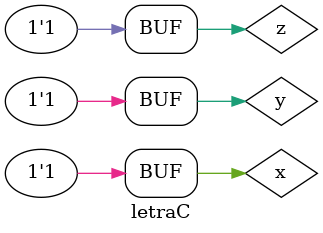
<source format=v>
/*
Pedro Correa Rigotto - Matricula 762281
guia0401c
*/

// letra c

module fxyzc (output s, input x, y, z);
	assign s = ~(~x&y)&z;
endmodule // fxyzc

module letraC;
	reg x, y, z;
	wire s;
	fxyzc modc (s, x, y, z);
	
	initial
		begin
			$display("c) s = (x'.y)'.z\n\nx y z s");
			$monitor("%b %b %b %b", x, y, z, s);
			   x = 0; y = 0; z = 0;
			#1 x = 0; y = 0; z = 1;
			#1 x = 0; y = 1; z = 0;
			#1 x = 0; y = 1; z = 1;
			#1 x = 1; y = 0; z = 0;
			#1 x = 1; y = 0; z = 1;
			#1 x = 1; y = 1; z = 0;
			#1 x = 1; y = 1; z = 1;
		end
endmodule // letraB
	
</source>
